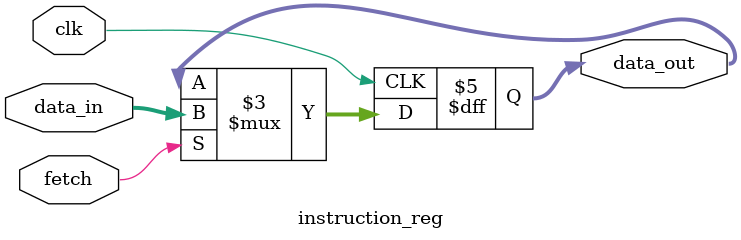
<source format=v>
`timescale 1ns / 1ps

module instruction_reg (clk, fetch, data_in, data_out);
	input clk, fetch;
	input [6:0] data_in;
	output [6:0] data_out;
	reg [6:0] data_out=0;
	
	always@(posedge clk)
	begin
		if (fetch)
			data_out <= data_in;
	end
endmodule
	


</source>
